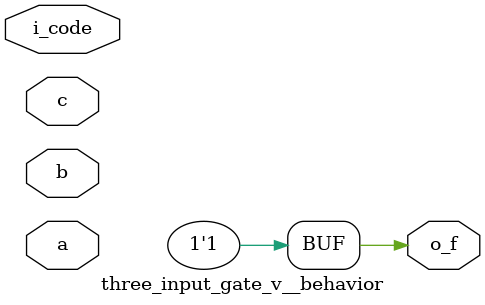
<source format=v>


module three_input_gate_v__behavior
  // (input  [3:0] i_code,
   // output [1:0] o_code,
   // output       o_valid);
  (
  input        a     ,
  input        b     ,
  input        c     ,
  input  [1:0] i_code,
  output       o_f
  );
  
  
  assign o_f = 1;
  
   
  // // behavior model
  // // line 0 hase highest priority
  // assign o_code = i_code[0] ? 2'b00:
                  // i_code[1] ? 2'b01:
                  // i_code[2] ? 2'b10:
                  // i_code[3] ? 2'b11:
                  // 2'b00;
           
  // assign o_valid = i_code[0] ? 1'b1:
                   // i_code[1] ? 1'b1:
                   // i_code[2] ? 1'b1:
                   // i_code[3] ? 1'b1:
                   // 1'b0;
                   
                   
           
                 
endmodule


// ////////////////////////////////
// // Using Always
// ////////////////////////////////
// module three_input_gate_v__always (
  // input  [3:0] i_code,
  // output reg [1:0] o_code,
  // output reg     o_valid);

  // always @*
    // case (i_code)
      // 4'b0000 : begin o_code = 2'b00; o_valid = 0; end
      // 4'b0001 : begin o_code = 2'b00; o_valid = 1; end
      // 4'b0010 : begin o_code = 2'b01; o_valid = 1; end
      // 4'b0011 : begin o_code = 2'b00; o_valid = 1; end
      // 4'b0100 : begin o_code = 2'b10; o_valid = 1; end
      // 4'b0101 : begin o_code = 2'b00; o_valid = 1; end
      // 4'b0110 : begin o_code = 2'b01; o_valid = 1; end
      // 4'b0111 : begin o_code = 2'b00; o_valid = 1; end
      // 4'b1000 : begin o_code = 2'b11; o_valid = 1; end
      // 4'b1001 : begin o_code = 2'b00; o_valid = 1; end
      // 4'b1010 : begin o_code = 2'b01; o_valid = 1; end
      // 4'b1011 : begin o_code = 2'b00; o_valid = 1; end
      // 4'b1100 : begin o_code = 2'b10; o_valid = 1; end
      // 4'b1101 : begin o_code = 2'b00; o_valid = 1; end
      // 4'b1110 : begin o_code = 2'b01; o_valid = 1; end
      // 4'b1111 : begin o_code = 2'b00; o_valid = 1; end
    // endcase
                 
// endmodule


// ////////////////////////////////
// //  Equation Model
// ////////////////////////////////
// module three_input_gate_v__equation
  // (input  [3:0] i_code,
   // output [1:0] o_code,
   // output       o_valid);
  
  
  // assign o_code[0] = (i_code[1] & ~i_code[0]) | (i_code[3] & ~i_code[2] & ~i_code[0]);
  // assign o_code[1] = (i_code[2] & ~i_code[1] & ~i_code[0]) | (i_code[3] & ~i_code[1] & ~i_code[0]);
 
  // // equation model
  // assign o_valid  = i_code[0] |
                    // i_code[1] |
                    // i_code[2] |
                    // i_code[3];
                 
// endmodule


</source>
